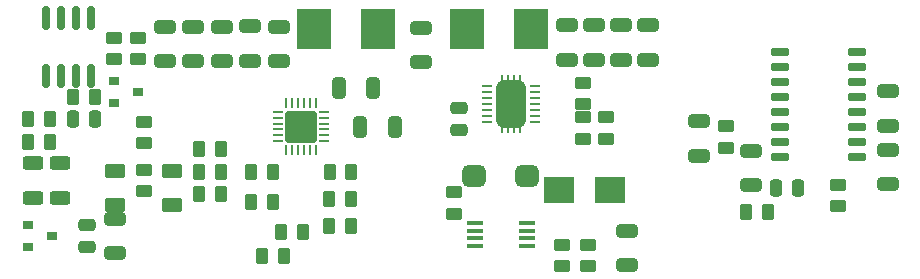
<source format=gtp>
G04 #@! TF.GenerationSoftware,KiCad,Pcbnew,(6.99.0-1936-gea29c66608)*
G04 #@! TF.CreationDate,2022-05-24T09:47:40+02:00*
G04 #@! TF.ProjectId,BalthazarPSU3,42616c74-6861-47a6-9172-505355332e6b,rev?*
G04 #@! TF.SameCoordinates,Original*
G04 #@! TF.FileFunction,Paste,Top*
G04 #@! TF.FilePolarity,Positive*
%FSLAX46Y46*%
G04 Gerber Fmt 4.6, Leading zero omitted, Abs format (unit mm)*
G04 Created by KiCad (PCBNEW (6.99.0-1936-gea29c66608)) date 2022-05-24 09:47:40*
%MOMM*%
%LPD*%
G01*
G04 APERTURE LIST*
G04 Aperture macros list*
%AMRoundRect*
0 Rectangle with rounded corners*
0 $1 Rounding radius*
0 $2 $3 $4 $5 $6 $7 $8 $9 X,Y pos of 4 corners*
0 Add a 4 corners polygon primitive as box body*
4,1,4,$2,$3,$4,$5,$6,$7,$8,$9,$2,$3,0*
0 Add four circle primitives for the rounded corners*
1,1,$1+$1,$2,$3*
1,1,$1+$1,$4,$5*
1,1,$1+$1,$6,$7*
1,1,$1+$1,$8,$9*
0 Add four rect primitives between the rounded corners*
20,1,$1+$1,$2,$3,$4,$5,0*
20,1,$1+$1,$4,$5,$6,$7,0*
20,1,$1+$1,$6,$7,$8,$9,0*
20,1,$1+$1,$8,$9,$2,$3,0*%
G04 Aperture macros list end*
%ADD10RoundRect,0.250000X0.325000X0.650000X-0.325000X0.650000X-0.325000X-0.650000X0.325000X-0.650000X0*%
%ADD11RoundRect,0.250000X-0.650000X0.325000X-0.650000X-0.325000X0.650000X-0.325000X0.650000X0.325000X0*%
%ADD12RoundRect,0.250000X0.650000X-0.325000X0.650000X0.325000X-0.650000X0.325000X-0.650000X-0.325000X0*%
%ADD13RoundRect,0.250000X0.250000X0.475000X-0.250000X0.475000X-0.250000X-0.475000X0.250000X-0.475000X0*%
%ADD14RoundRect,0.250000X0.625000X-0.375000X0.625000X0.375000X-0.625000X0.375000X-0.625000X-0.375000X0*%
%ADD15RoundRect,0.250000X-0.450000X0.262500X-0.450000X-0.262500X0.450000X-0.262500X0.450000X0.262500X0*%
%ADD16RoundRect,0.250000X0.262500X0.450000X-0.262500X0.450000X-0.262500X-0.450000X0.262500X-0.450000X0*%
%ADD17RoundRect,0.250000X-0.262500X-0.450000X0.262500X-0.450000X0.262500X0.450000X-0.262500X0.450000X0*%
%ADD18RoundRect,0.250000X0.475000X-0.250000X0.475000X0.250000X-0.475000X0.250000X-0.475000X-0.250000X0*%
%ADD19RoundRect,0.250000X0.450000X-0.262500X0.450000X0.262500X-0.450000X0.262500X-0.450000X-0.262500X0*%
%ADD20RoundRect,0.150000X-0.650000X-0.150000X0.650000X-0.150000X0.650000X0.150000X-0.650000X0.150000X0*%
%ADD21RoundRect,0.250000X-0.335000X-0.335000X0.335000X-0.335000X0.335000X0.335000X-0.335000X0.335000X0*%
%ADD22RoundRect,0.062500X-0.350000X-0.062500X0.350000X-0.062500X0.350000X0.062500X-0.350000X0.062500X0*%
%ADD23RoundRect,0.062500X-0.062500X-0.350000X0.062500X-0.350000X0.062500X0.350000X-0.062500X0.350000X0*%
%ADD24RoundRect,0.251100X-1.098900X-1.098900X1.098900X-1.098900X1.098900X1.098900X-1.098900X1.098900X0*%
%ADD25RoundRect,0.262500X0.262500X-0.262500X0.262500X0.262500X-0.262500X0.262500X-0.262500X-0.262500X0*%
%ADD26R,0.250000X0.825000*%
%ADD27R,0.825000X0.250000*%
%ADD28RoundRect,0.650000X0.650000X-1.350000X0.650000X1.350000X-0.650000X1.350000X-0.650000X-1.350000X0*%
%ADD29R,2.950000X3.500000*%
%ADD30R,0.900000X0.800000*%
%ADD31RoundRect,0.250000X-0.625000X0.312500X-0.625000X-0.312500X0.625000X-0.312500X0.625000X0.312500X0*%
%ADD32RoundRect,0.250000X0.625000X-0.312500X0.625000X0.312500X-0.625000X0.312500X-0.625000X-0.312500X0*%
%ADD33RoundRect,0.150000X0.150000X-0.825000X0.150000X0.825000X-0.150000X0.825000X-0.150000X-0.825000X0*%
%ADD34RoundRect,0.450000X-0.550000X-0.450000X0.550000X-0.450000X0.550000X0.450000X-0.550000X0.450000X0*%
%ADD35R,2.500000X2.300000*%
%ADD36R,1.450000X0.450000*%
G04 APERTURE END LIST*
D10*
X142575000Y-69850000D03*
X139625000Y-69850000D03*
D11*
X132715000Y-61390000D03*
X132715000Y-64340000D03*
X184277000Y-66851000D03*
X184277000Y-69801000D03*
X118872000Y-77646000D03*
X118872000Y-80596000D03*
X125476000Y-61390000D03*
X125476000Y-64340000D03*
D12*
X168275000Y-72341000D03*
X168275000Y-69391000D03*
X184277000Y-74754000D03*
X184277000Y-71804000D03*
D13*
X176718000Y-75057000D03*
X174818000Y-75057000D03*
D12*
X172720000Y-74832000D03*
X172720000Y-71882000D03*
D11*
X127889000Y-61390000D03*
X127889000Y-64340000D03*
D10*
X140730500Y-66611500D03*
X137780500Y-66611500D03*
D14*
X118872000Y-76457000D03*
X118872000Y-73657000D03*
X123698000Y-76457000D03*
X123698000Y-73657000D03*
D15*
X121285000Y-73509500D03*
X121285000Y-75334500D03*
D16*
X127785500Y-71755000D03*
X125960500Y-71755000D03*
X133119500Y-80772000D03*
X131294500Y-80772000D03*
X138837500Y-73660000D03*
X137012500Y-73660000D03*
D15*
X180086000Y-74779500D03*
X180086000Y-76604500D03*
D16*
X138834500Y-75946000D03*
X137009500Y-75946000D03*
D17*
X172315500Y-77089000D03*
X174140500Y-77089000D03*
D18*
X147955000Y-70165000D03*
X147955000Y-68265000D03*
D12*
X157099000Y-64213000D03*
X157099000Y-61263000D03*
X163957000Y-64216000D03*
X163957000Y-61266000D03*
X159385000Y-64210000D03*
X159385000Y-61260000D03*
X161671000Y-64213000D03*
X161671000Y-61263000D03*
D11*
X123063000Y-61390000D03*
X123063000Y-64340000D03*
D12*
X144780000Y-64418000D03*
X144780000Y-61468000D03*
D19*
X158496000Y-67968500D03*
X158496000Y-66143500D03*
X158496000Y-70889500D03*
X158496000Y-69064500D03*
D17*
X137009500Y-78232000D03*
X138834500Y-78232000D03*
D11*
X130302000Y-61341000D03*
X130302000Y-64291000D03*
D20*
X175185000Y-63500000D03*
X175185000Y-64770000D03*
X175185000Y-66040000D03*
X175185000Y-67310000D03*
X175185000Y-68580000D03*
X175185000Y-69850000D03*
X175185000Y-71120000D03*
X175185000Y-72390000D03*
X181685000Y-72390000D03*
X181685000Y-71120000D03*
X181685000Y-69850000D03*
X181685000Y-68580000D03*
X181685000Y-67310000D03*
X181685000Y-66040000D03*
X181685000Y-64770000D03*
X181685000Y-63500000D03*
D15*
X170561000Y-69826500D03*
X170561000Y-71651500D03*
D21*
X133945000Y-69175000D03*
X133945000Y-70525000D03*
X135295000Y-69175000D03*
X135295000Y-70525000D03*
D22*
X132657500Y-68600000D03*
X132657500Y-69100000D03*
X132657500Y-69600000D03*
X132657500Y-70100000D03*
X132657500Y-70600000D03*
X132657500Y-71100000D03*
D23*
X133370000Y-71812500D03*
X133870000Y-71812500D03*
X134370000Y-71812500D03*
X134870000Y-71812500D03*
X135370000Y-71812500D03*
X135870000Y-71812500D03*
D22*
X136582500Y-71100000D03*
X136582500Y-70600000D03*
X136582500Y-70100000D03*
X136582500Y-69600000D03*
X136582500Y-69100000D03*
X136582500Y-68600000D03*
D23*
X135870000Y-67887500D03*
X135370000Y-67887500D03*
X134870000Y-67887500D03*
X134370000Y-67887500D03*
X133870000Y-67887500D03*
X133370000Y-67887500D03*
D24*
X134620000Y-69850000D03*
D19*
X147574000Y-77239500D03*
X147574000Y-75414500D03*
D25*
X153035000Y-68610000D03*
X153035000Y-67310000D03*
X151735000Y-68610000D03*
X151735000Y-67310000D03*
D26*
X153146999Y-69991999D03*
X153146999Y-65927999D03*
X152638999Y-69991999D03*
X152638999Y-65927999D03*
X152130999Y-69991999D03*
X152130999Y-65927999D03*
X151622999Y-69991999D03*
X151622999Y-65927999D03*
D27*
X154416999Y-69459999D03*
X154416999Y-68975999D03*
X154416999Y-68467999D03*
X154416999Y-67959999D03*
X154416999Y-67459999D03*
X154416999Y-66943999D03*
X154416999Y-66459999D03*
X150352999Y-66459999D03*
X150352999Y-66959999D03*
X150352999Y-67459999D03*
X150352999Y-67959999D03*
X150352999Y-68467999D03*
X150352999Y-68959999D03*
X150352999Y-69483999D03*
D28*
X152385000Y-67960000D03*
D29*
X135704999Y-61594999D03*
X141154999Y-61594999D03*
X148658999Y-61594999D03*
X154108999Y-61594999D03*
D18*
X116459000Y-80071000D03*
X116459000Y-78171000D03*
D13*
X117155000Y-69215000D03*
X115255000Y-69215000D03*
D30*
X111521999Y-78170999D03*
X111521999Y-80070999D03*
X113521999Y-79120999D03*
X118760999Y-65978999D03*
X118760999Y-67878999D03*
X120760999Y-66928999D03*
D17*
X111482500Y-69215000D03*
X113307500Y-69215000D03*
D16*
X113307500Y-71120000D03*
X111482500Y-71120000D03*
D15*
X118745000Y-62333500D03*
X118745000Y-64158500D03*
D19*
X120777000Y-64158500D03*
X120777000Y-62333500D03*
D17*
X115292500Y-67310000D03*
X117117500Y-67310000D03*
D16*
X132230500Y-73660000D03*
X130405500Y-73660000D03*
X127785500Y-75565000D03*
X125960500Y-75565000D03*
X127785500Y-73660000D03*
X125960500Y-73660000D03*
D17*
X132942500Y-78740000D03*
X134767500Y-78740000D03*
D15*
X121285000Y-69445500D03*
X121285000Y-71270500D03*
D16*
X132227500Y-76200000D03*
X130402500Y-76200000D03*
D31*
X111887000Y-72959500D03*
X111887000Y-75884500D03*
D32*
X114173000Y-75884500D03*
X114173000Y-72959500D03*
D33*
X113030000Y-65594000D03*
X114300000Y-65594000D03*
X115570000Y-65594000D03*
X116840000Y-65594000D03*
X116840000Y-60644000D03*
X115570000Y-60644000D03*
X114300000Y-60644000D03*
X113030000Y-60644000D03*
D11*
X162179000Y-78662000D03*
X162179000Y-81612000D03*
D15*
X158877000Y-79859500D03*
X158877000Y-81684500D03*
D19*
X156718000Y-81684500D03*
X156718000Y-79859500D03*
D34*
X149261000Y-74041000D03*
X153761000Y-74041000D03*
D35*
X160772999Y-75183999D03*
X156472999Y-75183999D03*
D19*
X160401000Y-70889500D03*
X160401000Y-69064500D03*
D36*
X149310999Y-78018999D03*
X149310999Y-78668999D03*
X149310999Y-79318999D03*
X149310999Y-79968999D03*
X153710999Y-79968999D03*
X153710999Y-79318999D03*
X153710999Y-78668999D03*
X153710999Y-78018999D03*
M02*

</source>
